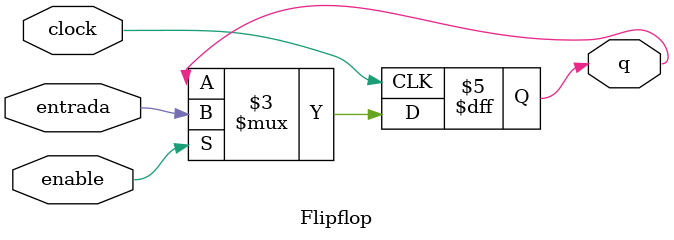
<source format=v>
module Flipflop (entrada, enable, clock, q);

	input entrada;
	input enable;
	input clock;
	
	output reg q;
	
	always @ (posedge clock) begin
		if (enable) begin
			q = entrada;
		end
	end
	
endmodule
</source>
